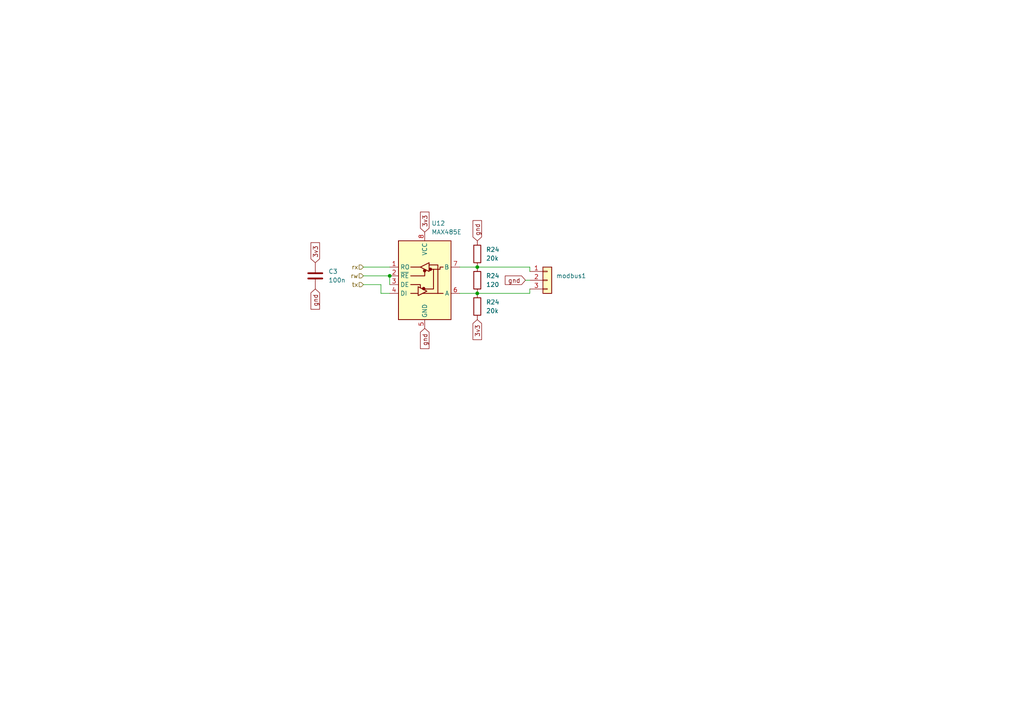
<source format=kicad_sch>
(kicad_sch (version 20250114) (generator "eeschema") (generator_version "9.0")
  (paper "A4")
  (lib_symbols
    (symbol "Connector_Generic:Conn_01x03" (pin_names (offset 1.016) (hide yes))
      (property "Reference" "J" (at 0 5.08 0))
      (property "Value" "Conn_01x03" (at 0 -5.08 0))
      (symbol "Conn_01x03_1_1"
        (rectangle (start -1.27 3.81) (end 1.27 -3.81) (stroke (width 0.254)) (fill (type background)))
        (rectangle (start -1.27 2.667) (end 0 2.413) (stroke (width 0.1524)))
        (rectangle (start -1.27 0.127) (end 0 -0.127) (stroke (width 0.1524)))
        (rectangle (start -1.27 -2.413) (end 0 -2.667) (stroke (width 0.1524)))
        (pin passive line (at -5.08 2.54 0) (length 3.81) (name "Pin_1") (number "1"))
        (pin passive line (at -5.08 0 0) (length 3.81) (name "Pin_2") (number "2"))
        (pin passive line (at -5.08 -2.54 0) (length 3.81) (name "Pin_3") (number "3"))
      )
    )
    (symbol "Device:C" (pin_numbers (hide yes)) (pin_names (offset 0.254))
      (property "Reference" "C" (at 0.635 2.54 0))
      (property "Value" "C" (at 0.635 -2.54 0))
      (symbol "C_0_1"
        (polyline (pts (xy -2.032 0.762) (xy 2.032 0.762)) (stroke (width 0.508)))
        (polyline (pts (xy -2.032 -0.762) (xy 2.032 -0.762)) (stroke (width 0.508)))
      )
      (symbol "C_1_1"
        (pin passive line (at 0 3.81 270) (length 2.794) (name "~") (number "1"))
        (pin passive line (at 0 -3.81 90) (length 2.794) (name "~") (number "2"))
      )
    )
    (symbol "Device:R" (pin_numbers (hide yes)) (pin_names (offset 0))
      (property "Reference" "R" (at 2.032 0 90))
      (property "Value" "R" (at 0 0 90))
      (symbol "R_0_1"
        (rectangle (start -1.016 -2.54) (end 1.016 2.54) (stroke (width 0.254)))
      )
      (symbol "R_1_1"
        (pin passive line (at 0 3.81 270) (length 1.27) (name "~") (number "1"))
        (pin passive line (at 0 -3.81 90) (length 1.27) (name "~") (number "2"))
      )
    )
    (symbol "Interface_UART:MAX485E"
      (property "Reference" "U" (at -6.096 11.43 0))
      (property "Value" "MAX485E" (at 0.762 11.43 0))
      (symbol "MAX485E_0_1"
        (rectangle (start -7.62 10.16) (end 7.62 -12.7) (stroke (width 0.254)) (fill (type background)))
        (polyline (pts (xy -4.064 2.54) (xy -1.27 2.54)) (stroke (width 0.254)))
        (polyline (pts (xy -4.064 -2.54) (xy -1.27 -2.54) (xy -1.27 -3.175)) (stroke (width 0.254)))
        (polyline (pts (xy -4.064 -5.08) (xy -1.905 -5.08)) (stroke (width 0.254)))
        (polyline (pts (xy -1.905 -3.175) (xy -1.905 -5.715) (xy 0.635 -4.445) (xy -1.905 -3.175)) (stroke (width 0.254)))
        (polyline (pts (xy -1.27 2.54) (xy 1.27 3.81) (xy 1.27 1.27) (xy -1.27 2.54)) (stroke (width 0.254)))
        (polyline (pts (xy -1.27 -3.2004) (xy -1.27 -3.4544)) (stroke (width 0.254)))
        (polyline (pts (xy -0.635 -5.08) (xy 5.334 -5.08)) (stroke (width 0.254)))
        (circle (center -0.3048 -3.683) (radius 0.3556) (stroke (width 0.254)) (fill (type outline)))
        (circle (center -0.0254 1.4986) (radius 0.3556) (stroke (width 0.254)) (fill (type outline)))
        (polyline (pts (xy 0 1.27) (xy 0 0) (xy -4.064 0)) (stroke (width 0.254)))
        (polyline (pts (xy 1.27 3.175) (xy 3.81 3.175) (xy 3.81 -5.08)) (stroke (width 0.254)))
        (rectangle (start 1.27 3.175) (end 1.27 3.175))
        (circle (center 1.651 1.905) (radius 0.3556) (stroke (width 0.254)) (fill (type outline)))
        (polyline (pts (xy 1.905 1.905) (xy 4.445 1.905) (xy 4.445 2.54) (xy 5.334 2.54)) (stroke (width 0.254)))
        (polyline (pts (xy 2.54 1.905) (xy 2.54 -3.81) (xy 0 -3.81)) (stroke (width 0.254)))
      )
      (symbol "MAX485E_1_1"
        (pin output line (at -10.16 2.54 0) (length 2.54) (name "RO") (number "1"))
        (pin input line (at -10.16 0 0) (length 2.54) (name "~{RE}") (number "2"))
        (pin input line (at -10.16 -2.54 0) (length 2.54) (name "DE") (number "3"))
        (pin input line (at -10.16 -5.08 0) (length 2.54) (name "DI") (number "4"))
        (pin power_in line (at 0 12.7 270) (length 2.54) (name "VCC") (number "8"))
        (pin power_in line (at 0 -15.24 90) (length 2.54) (name "GND") (number "5"))
        (pin bidirectional line (at 10.16 2.54 180) (length 2.54) (name "B") (number "7"))
        (pin bidirectional line (at 10.16 -5.08 180) (length 2.54) (name "A") (number "6"))
      )
    )
  )
  (junction (at 113.03 80.01))
  (junction (at 138.43 85.09))
  (junction (at 138.43 77.47))
  (wire (pts (xy 105.41 82.55) (xy 110.49 82.55)))
  (wire (pts (xy 113.03 80.01) (xy 113.03 82.55)))
  (wire (pts (xy 153.67 81.28) (xy 152.4 81.28)))
  (wire (pts (xy 105.41 77.47) (xy 113.03 77.47)))
  (wire (pts (xy 138.43 85.09) (xy 153.67 85.09)))
  (wire (pts (xy 153.67 77.47) (xy 153.67 78.74)))
  (wire (pts (xy 105.41 80.01) (xy 113.03 80.01)))
  (wire (pts (xy 133.35 85.09) (xy 138.43 85.09)))
  (wire (pts (xy 113.03 85.09) (xy 110.49 85.09)))
  (wire (pts (xy 133.35 77.47) (xy 138.43 77.47)))
  (wire (pts (xy 110.49 85.09) (xy 110.49 82.55)))
  (wire (pts (xy 153.67 83.82) (xy 153.67 85.09)))
  (wire (pts (xy 138.43 77.47) (xy 153.67 77.47)))
  (global_label "gnd" (shape input) (at 138.43 69.85 90) (property "Intersheetrefs" "${INTERSHEET_REFS}" (effects (hide yes))))
  (global_label "gnd" (shape input) (at 123.19 95.25 270) (property "Intersheetrefs" "${INTERSHEET_REFS}" (effects (hide yes))))
  (global_label "gnd" (shape input) (at 152.4 81.28 180) (property "Intersheetrefs" "${INTERSHEET_REFS}" (effects (hide yes))))
  (global_label "3v3" (shape input) (at 123.19 67.31 90) (property "Intersheetrefs" "${INTERSHEET_REFS}" (effects (hide yes))))
  (global_label "3v3" (shape input) (at 91.44 76.2 90) (property "Intersheetrefs" "${INTERSHEET_REFS}" (effects (hide yes))))
  (global_label "gnd" (shape input) (at 91.44 83.82 270) (property "Intersheetrefs" "${INTERSHEET_REFS}" (effects (hide yes))))
  (global_label "3v3" (shape input) (at 138.43 92.71 270) (property "Intersheetrefs" "${INTERSHEET_REFS}" (effects (hide yes))))
  (hierarchical_label "rw" (shape input) (at 105.41 80.01 180))
  (hierarchical_label "tx" (shape input) (at 105.41 82.55 180))
  (hierarchical_label "rx" (shape input) (at 105.41 77.47 180))
  (symbol (lib_id "Device:R") (at 138.43 88.9 180) (unit 1)
    (property "Reference" "R46" (at 140.97 87.63 0) (effects (justify right)))
    (property "Value" "20k" (at 140.97 90.17 0) (effects (justify right)))
    (property "Footprint" "Resistor_SMD:R_1206_3216Metric" (effects (hide yes)))
    (instances (project "rio-octobot" (path "" (reference "R24") (unit 1)) (path "" (reference "R46") (unit 1))))
  )
  (symbol (lib_id "Device:C") (at 91.44 80.01 0) (unit 1)
    (property "Reference" "C3" (at 95.25 78.74 0) (effects (justify left)))
    (property "Value" "100n" (at 95.25 81.28 0) (effects (justify left)))
    (property "Footprint" "Capacitor_SMD:C_1206_3216Metric" (effects (hide yes)))
  )
  (symbol (lib_id "Device:R") (at 138.43 73.66 180) (unit 1)
    (property "Reference" "R44" (at 140.97 72.39 0) (effects (justify right)))
    (property "Value" "20k" (at 140.97 74.93 0) (effects (justify right)))
    (property "Footprint" "Resistor_SMD:R_1206_3216Metric" (effects (hide yes)))
    (instances (project "rio-octobot" (path "" (reference "R24") (unit 1)) (path "" (reference "R44") (unit 1))))
  )
  (symbol (lib_id "Connector_Generic:Conn_01x03") (at 158.75 81.28 0) (unit 1)
    (property "Reference" "modbus1" (at 161.29 80.01 0) (effects (justify left)))
    (property "Value" "Conn_01x03" (effects (hide yes)))
    (property "Footprint" "Connector_JST:JST_XH_B3B-XH-A_1x03_P2.50mm_Vertical" (effects (hide yes)))
  )
  (symbol (lib_id "Device:R") (at 138.43 81.28 180) (unit 1)
    (property "Reference" "R45" (at 140.97 80.01 0) (effects (justify right)))
    (property "Value" "120" (at 140.97 82.55 0) (effects (justify right)))
    (property "Footprint" "Resistor_SMD:R_1206_3216Metric" (effects (hide yes)))
    (instances (project "rio-octobot" (path "" (reference "R24") (unit 1)) (path "" (reference "R45") (unit 1))))
  )
  (symbol (lib_id "Interface_UART:MAX485E") (at 123.19 80.01 0) (unit 1)
    (property "Reference" "U12" (at 125.1459 64.77 0) (effects (justify left)))
    (property "Value" "MAX485E" (at 125.1459 67.31 0) (effects (justify left)))
    (property "Footprint" "Package_SO:Diodes_SO-8EP" (effects (hide yes)))
    (property "Datasheet" "https://datasheets.maximintegrated.com/en/ds/MAX1487E-MAX491E.pdf" (effects (hide yes)))
  )
)
</source>
